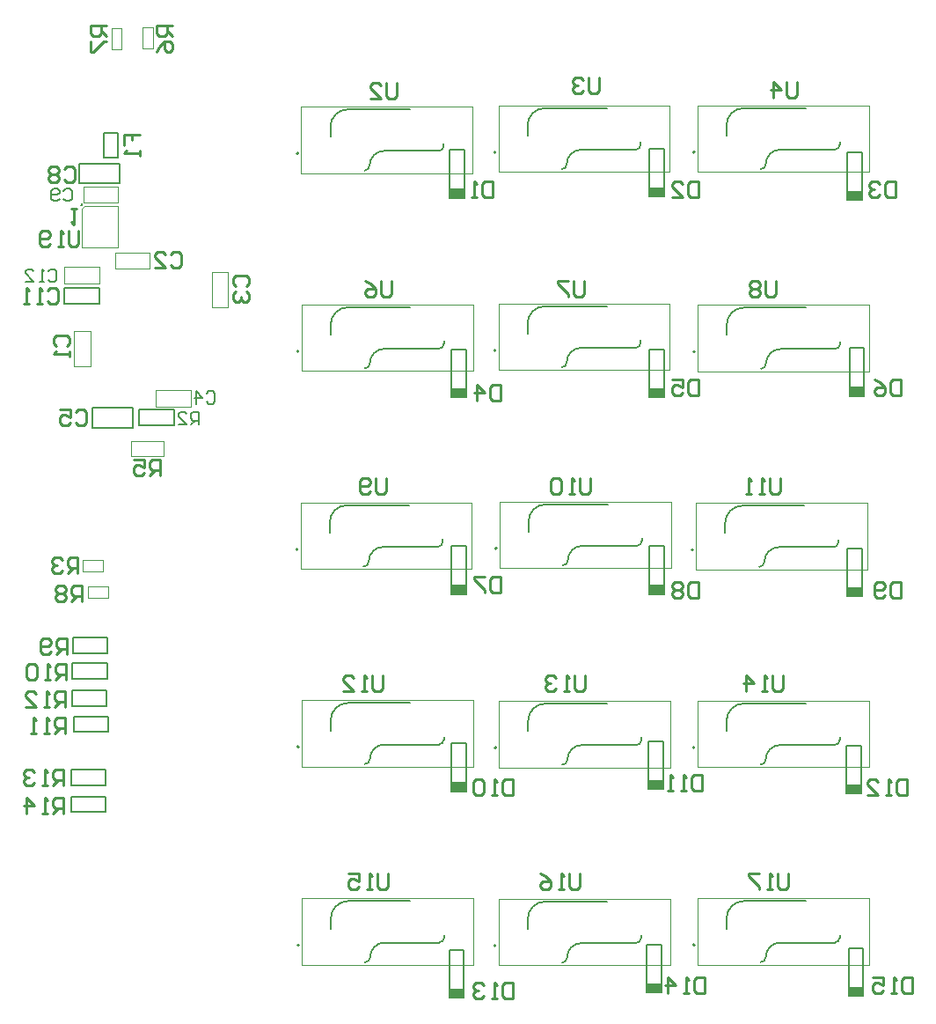
<source format=gbo>
G04*
G04 #@! TF.GenerationSoftware,Altium Limited,Altium Designer,25.8.1 (18)*
G04*
G04 Layer_Color=32896*
%FSLAX25Y25*%
%MOIN*%
G70*
G04*
G04 #@! TF.SameCoordinates,34421379-5E54-4FD2-9159-38C30053C8C8*
G04*
G04*
G04 #@! TF.FilePolarity,Positive*
G04*
G01*
G75*
%ADD10C,0.00787*%
%ADD11C,0.01000*%
%ADD12C,0.00197*%
%ADD13C,0.00394*%
%ADD14C,0.00200*%
%ADD15C,0.00500*%
%ADD73R,0.05512X0.03543*%
D10*
X387598Y348819D02*
G03*
X387598Y348819I-394J0D01*
G01*
X312598Y198819D02*
G03*
X312598Y198819I-394J0D01*
G01*
X237598Y273425D02*
G03*
X237598Y273425I-394J0D01*
G01*
X312413Y123362D02*
G03*
X312413Y123362I-394J0D01*
G01*
X312205Y273819D02*
G03*
X312205Y273819I-394J0D01*
G01*
X387697Y273307D02*
G03*
X387697Y273307I-394J0D01*
G01*
X237697Y48622D02*
G03*
X237697Y48622I-394J0D01*
G01*
X237500Y348307D02*
G03*
X237500Y348307I-394J0D01*
G01*
X237205Y198425D02*
G03*
X237205Y198425I-394J0D01*
G01*
X312303Y48425D02*
G03*
X312303Y48425I-394J0D01*
G01*
X237598Y123622D02*
G03*
X237598Y123622I-394J0D01*
G01*
X387598Y123425D02*
G03*
X387598Y123425I-394J0D01*
G01*
X387106Y198307D02*
G03*
X387106Y198307I-394J0D01*
G01*
X312205Y348819D02*
G03*
X312205Y348819I-394J0D01*
G01*
X387598Y48622D02*
G03*
X387598Y48622I-394J0D01*
G01*
X151969Y159252D02*
X165059D01*
X151969D02*
Y165157D01*
X165059D01*
Y159252D02*
Y165157D01*
X152165Y129331D02*
X165256D01*
X152165D02*
Y135236D01*
X165256D01*
Y129331D02*
Y135236D01*
X151772Y149409D02*
X164862D01*
X151772D02*
Y155315D01*
X164862D01*
Y149409D02*
Y155315D01*
X148655Y291290D02*
X162041D01*
Y297589D01*
X148655D02*
X162041D01*
X148655Y291290D02*
Y297589D01*
X169620Y337058D02*
Y344538D01*
X154265D02*
X169620D01*
X154265Y337058D02*
Y344538D01*
Y337058D02*
X169620D01*
X177147Y251346D02*
X190238D01*
Y245440D02*
Y251346D01*
X177147Y245440D02*
X190238D01*
X177147D02*
Y251346D01*
X174516Y244488D02*
Y251969D01*
X159161D02*
X174516D01*
X159161Y244488D02*
Y251969D01*
Y244488D02*
X174516D01*
X163520Y346777D02*
Y356226D01*
Y346777D02*
X169031D01*
Y356226D01*
X163520D02*
X169031D01*
X151279Y115157D02*
X164370D01*
Y109252D02*
Y115157D01*
X151279Y109252D02*
X164370D01*
X151279D02*
Y115157D01*
Y104921D02*
X164370D01*
Y99016D02*
Y104921D01*
X151279Y99016D02*
X164370D01*
X151279D02*
Y104921D01*
X151673Y145079D02*
X164764D01*
Y139173D02*
Y145079D01*
X151673Y139173D02*
X164764D01*
X151673D02*
Y145079D01*
X295472Y181496D02*
X300984D01*
X295472D02*
Y199606D01*
X300984D01*
Y181496D02*
Y199606D01*
X294685Y331496D02*
X300197D01*
X294685D02*
Y349606D01*
X300197D01*
Y331496D02*
Y349606D01*
X445079Y106102D02*
X450591D01*
X445079D02*
Y124213D01*
X450591D01*
Y106102D02*
Y124213D01*
X446260Y256496D02*
X451772D01*
X446260D02*
Y274606D01*
X451772D01*
Y256496D02*
Y274606D01*
X445866Y29429D02*
X451378D01*
X445866D02*
Y47539D01*
X451378D01*
Y29429D02*
Y47539D01*
X370472Y256102D02*
X375984D01*
X370472D02*
Y274213D01*
X375984D01*
Y256102D02*
Y274213D01*
X294488Y28642D02*
X300000D01*
X294488D02*
Y46752D01*
X300000D01*
Y28642D02*
Y46752D01*
X295472Y256102D02*
X300984D01*
X295472D02*
Y274213D01*
X300984D01*
Y256102D02*
Y274213D01*
X370472Y331968D02*
X375984D01*
X370472D02*
Y350079D01*
X375984D01*
Y331968D02*
Y350079D01*
X445472Y330709D02*
X450984D01*
X445472D02*
Y348819D01*
X450984D01*
Y330709D02*
Y348819D01*
X369390Y30610D02*
X374902D01*
X369390D02*
Y48720D01*
X374902D01*
Y30610D02*
Y48720D01*
X370472Y181496D02*
X375984D01*
X370472D02*
Y199606D01*
X375984D01*
Y181496D02*
Y199606D01*
X445472Y180709D02*
X450984D01*
X445472D02*
Y198819D01*
X450984D01*
Y180709D02*
Y198819D01*
X295472Y106890D02*
X300984D01*
X295472D02*
Y125000D01*
X300984D01*
Y106890D02*
Y125000D01*
X370079Y107677D02*
X375591D01*
X370079D02*
Y125787D01*
X375591D01*
Y107677D02*
Y125787D01*
X199802Y245670D02*
Y250393D01*
X197440D01*
X196653Y249606D01*
Y248031D01*
X197440Y247244D01*
X199802D01*
X198228D02*
X196653Y245670D01*
X191930D02*
X195079D01*
X191930Y248819D01*
Y249606D01*
X192718Y250393D01*
X194292D01*
X195079Y249606D01*
X142519Y303740D02*
X143306Y304527D01*
X144880D01*
X145667Y303740D01*
Y300591D01*
X144880Y299804D01*
X143306D01*
X142519Y300591D01*
X140945Y299804D02*
X139370D01*
X140157D01*
Y304527D01*
X140945Y303740D01*
X133860Y299804D02*
X137009D01*
X133860Y302953D01*
Y303740D01*
X134647Y304527D01*
X136222D01*
X137009Y303740D01*
X148425Y334251D02*
X149212Y335039D01*
X150786D01*
X151574Y334251D01*
Y331103D01*
X150786Y330316D01*
X149212D01*
X148425Y331103D01*
X146851D02*
X146063Y330316D01*
X144489D01*
X143702Y331103D01*
Y334251D01*
X144489Y335039D01*
X146063D01*
X146851Y334251D01*
Y333464D01*
X146063Y332677D01*
X143702D01*
X202559Y257480D02*
X203346Y258267D01*
X204920D01*
X205707Y257480D01*
Y254331D01*
X204920Y253544D01*
X203346D01*
X202559Y254331D01*
X198623Y253544D02*
Y258267D01*
X200985Y255906D01*
X197836D01*
D11*
X155348Y328987D02*
G03*
X155348Y328987I-197J0D01*
G01*
X151427Y327495D02*
X153426D01*
X152426D01*
Y321497D01*
X151427Y322497D01*
X164810Y396731D02*
X158812D01*
Y393732D01*
X159812Y392732D01*
X161811D01*
X162811Y393732D01*
Y396731D01*
Y394731D02*
X164810Y392732D01*
X158812Y390733D02*
Y386734D01*
X159812D01*
X163810Y390733D01*
X164810D01*
X189613Y396731D02*
X183615D01*
Y393732D01*
X184615Y392732D01*
X186614D01*
X187614Y393732D01*
Y396731D01*
Y394731D02*
X189613Y392732D01*
X183615Y386734D02*
X184615Y388733D01*
X186614Y390733D01*
X188613D01*
X189613Y389733D01*
Y387734D01*
X188613Y386734D01*
X187614D01*
X186614Y387734D01*
Y390733D01*
X148442Y98576D02*
Y104574D01*
X145443D01*
X144444Y103574D01*
Y101575D01*
X145443Y100575D01*
X148442D01*
X146443D02*
X144444Y98576D01*
X142444D02*
X140445D01*
X141445D01*
Y104574D01*
X142444Y103574D01*
X134447Y98576D02*
Y104574D01*
X137446Y101575D01*
X133447D01*
X148442Y109206D02*
Y115204D01*
X145443D01*
X144444Y114204D01*
Y112205D01*
X145443Y111205D01*
X148442D01*
X146443D02*
X144444Y109206D01*
X142444D02*
X140445D01*
X141445D01*
Y115204D01*
X142444Y114204D01*
X137446D02*
X136446Y115204D01*
X134447D01*
X133447Y114204D01*
Y113204D01*
X134447Y112205D01*
X135447D01*
X134447D01*
X133447Y111205D01*
Y110205D01*
X134447Y109206D01*
X136446D01*
X137446Y110205D01*
X148836Y138733D02*
Y144731D01*
X145837D01*
X144837Y143732D01*
Y141732D01*
X145837Y140733D01*
X148836D01*
X146837D02*
X144837Y138733D01*
X142838D02*
X140839D01*
X141838D01*
Y144731D01*
X142838Y143732D01*
X133841Y138733D02*
X137840D01*
X133841Y142732D01*
Y143732D01*
X134841Y144731D01*
X136840D01*
X137840Y143732D01*
X149018Y128891D02*
Y134889D01*
X146019D01*
X145019Y133889D01*
Y131890D01*
X146019Y130890D01*
X149018D01*
X147018D02*
X145019Y128891D01*
X143019D02*
X141020D01*
X142020D01*
Y134889D01*
X143019Y133889D01*
X138021Y128891D02*
X136022D01*
X137022D01*
Y134889D01*
X138021Y133889D01*
X149230Y148969D02*
Y154967D01*
X146231D01*
X145231Y153968D01*
Y151969D01*
X146231Y150969D01*
X149230D01*
X147231D02*
X145231Y148969D01*
X143232D02*
X141232D01*
X142232D01*
Y154967D01*
X143232Y153968D01*
X138233D02*
X137234Y154967D01*
X135234D01*
X134235Y153968D01*
Y149969D01*
X135234Y148969D01*
X137234D01*
X138233Y149969D01*
Y153968D01*
X149487Y158812D02*
Y164810D01*
X146487D01*
X145488Y163810D01*
Y161811D01*
X146487Y160811D01*
X149487D01*
X147487D02*
X145488Y158812D01*
X143489Y159812D02*
X142489Y158812D01*
X140489D01*
X139490Y159812D01*
Y163810D01*
X140489Y164810D01*
X142489D01*
X143489Y163810D01*
Y162811D01*
X142489Y161811D01*
X139490D01*
X155392Y178891D02*
Y184889D01*
X152393D01*
X151393Y183889D01*
Y181890D01*
X152393Y180890D01*
X155392D01*
X153393D02*
X151393Y178891D01*
X149394Y183889D02*
X148394Y184889D01*
X146395D01*
X145395Y183889D01*
Y182889D01*
X146395Y181890D01*
X145395Y180890D01*
Y179890D01*
X146395Y178891D01*
X148394D01*
X149394Y179890D01*
Y180890D01*
X148394Y181890D01*
X149394Y182889D01*
Y183889D01*
X148394Y181890D02*
X146395D01*
X153817Y189521D02*
Y195519D01*
X150818D01*
X149819Y194519D01*
Y192520D01*
X150818Y191520D01*
X153817D01*
X151818D02*
X149819Y189521D01*
X147819Y194519D02*
X146819Y195519D01*
X144820D01*
X143821Y194519D01*
Y193519D01*
X144820Y192520D01*
X145820D01*
X144820D01*
X143821Y191520D01*
Y190520D01*
X144820Y189521D01*
X146819D01*
X147819Y190520D01*
X154151Y318944D02*
Y313946D01*
X153151Y312946D01*
X151152D01*
X150152Y313946D01*
Y318944D01*
X148153Y312946D02*
X146154D01*
X147153D01*
Y318944D01*
X148153Y317944D01*
X143155Y313946D02*
X142155Y312946D01*
X140156D01*
X139156Y313946D01*
Y317944D01*
X140156Y318944D01*
X142155D01*
X143155Y317944D01*
Y316945D01*
X142155Y315945D01*
X139156D01*
X422852Y75834D02*
Y70835D01*
X421852Y69836D01*
X419853D01*
X418853Y70835D01*
Y75834D01*
X416854Y69836D02*
X414854D01*
X415854D01*
Y75834D01*
X416854Y74834D01*
X411856Y75834D02*
X407857D01*
Y74834D01*
X411856Y70835D01*
Y69836D01*
X344112Y75834D02*
Y70835D01*
X343112Y69836D01*
X341113D01*
X340113Y70835D01*
Y75834D01*
X338114Y69836D02*
X336114D01*
X337114D01*
Y75834D01*
X338114Y74834D01*
X329117Y75834D02*
X331116Y74834D01*
X333115Y72835D01*
Y70835D01*
X332116Y69836D01*
X330116D01*
X329117Y70835D01*
Y71835D01*
X330116Y72835D01*
X333115D01*
X271277Y75834D02*
Y70835D01*
X270277Y69836D01*
X268278D01*
X267278Y70835D01*
Y75834D01*
X265279Y69836D02*
X263280D01*
X264279D01*
Y75834D01*
X265279Y74834D01*
X256282Y75834D02*
X260281D01*
Y72835D01*
X258281Y73834D01*
X257282D01*
X256282Y72835D01*
Y70835D01*
X257282Y69836D01*
X259281D01*
X260281Y70835D01*
X420883Y150637D02*
Y145638D01*
X419884Y144639D01*
X417884D01*
X416885Y145638D01*
Y150637D01*
X414885Y144639D02*
X412886D01*
X413886D01*
Y150637D01*
X414885Y149637D01*
X406888Y144639D02*
Y150637D01*
X409887Y147638D01*
X405888D01*
X346080Y150637D02*
Y145638D01*
X345081Y144639D01*
X343081D01*
X342081Y145638D01*
Y150637D01*
X340082Y144639D02*
X338083D01*
X339083D01*
Y150637D01*
X340082Y149637D01*
X335084D02*
X334084Y150637D01*
X332085D01*
X331085Y149637D01*
Y148637D01*
X332085Y147638D01*
X333085D01*
X332085D01*
X331085Y146638D01*
Y145638D01*
X332085Y144639D01*
X334084D01*
X335084Y145638D01*
X269309Y150637D02*
Y145638D01*
X268309Y144639D01*
X266310D01*
X265310Y145638D01*
Y150637D01*
X263311Y144639D02*
X261311D01*
X262311D01*
Y150637D01*
X263311Y149637D01*
X254313Y144639D02*
X258312D01*
X254313Y148637D01*
Y149637D01*
X255313Y150637D01*
X257312D01*
X258312Y149637D01*
X419884Y225440D02*
Y220442D01*
X418884Y219442D01*
X416885D01*
X415885Y220442D01*
Y225440D01*
X413886Y219442D02*
X411886D01*
X412886D01*
Y225440D01*
X413886Y224440D01*
X408887Y219442D02*
X406888D01*
X407888D01*
Y225440D01*
X408887Y224440D01*
X348049Y225440D02*
Y220442D01*
X347049Y219442D01*
X345050D01*
X344050Y220442D01*
Y225440D01*
X342051Y219442D02*
X340051D01*
X341051D01*
Y225440D01*
X342051Y224440D01*
X337052D02*
X336053Y225440D01*
X334053D01*
X333054Y224440D01*
Y220442D01*
X334053Y219442D01*
X336053D01*
X337052Y220442D01*
Y224440D01*
X270746Y225440D02*
Y220442D01*
X269747Y219442D01*
X267747D01*
X266748Y220442D01*
Y225440D01*
X264748Y220442D02*
X263749Y219442D01*
X261749D01*
X260750Y220442D01*
Y224440D01*
X261749Y225440D01*
X263749D01*
X264748Y224440D01*
Y223441D01*
X263749Y222441D01*
X260750D01*
X418384Y300243D02*
Y295245D01*
X417384Y294245D01*
X415385D01*
X414386Y295245D01*
Y300243D01*
X412386Y299243D02*
X411386Y300243D01*
X409387D01*
X408387Y299243D01*
Y298244D01*
X409387Y297244D01*
X408387Y296244D01*
Y295245D01*
X409387Y294245D01*
X411386D01*
X412386Y295245D01*
Y296244D01*
X411386Y297244D01*
X412386Y298244D01*
Y299243D01*
X411386Y297244D02*
X409387D01*
X345550Y300243D02*
Y295245D01*
X344550Y294245D01*
X342550D01*
X341551Y295245D01*
Y300243D01*
X339551D02*
X335553D01*
Y299243D01*
X339551Y295245D01*
Y294245D01*
X272715Y300243D02*
Y295245D01*
X271715Y294245D01*
X269716D01*
X268716Y295245D01*
Y300243D01*
X262718D02*
X264718Y299243D01*
X266717Y297244D01*
Y295245D01*
X265717Y294245D01*
X263718D01*
X262718Y295245D01*
Y296244D01*
X263718Y297244D01*
X266717D01*
X426258Y375440D02*
Y370442D01*
X425258Y369442D01*
X423259D01*
X422260Y370442D01*
Y375440D01*
X417261Y369442D02*
Y375440D01*
X420260Y372441D01*
X416261D01*
X351455Y377015D02*
Y372016D01*
X350455Y371017D01*
X348456D01*
X347456Y372016D01*
Y377015D01*
X345457Y376015D02*
X344457Y377015D01*
X342458D01*
X341458Y376015D01*
Y375015D01*
X342458Y374016D01*
X343458D01*
X342458D01*
X341458Y373016D01*
Y372016D01*
X342458Y371017D01*
X344457D01*
X345457Y372016D01*
X274683Y375046D02*
Y370048D01*
X273684Y369048D01*
X271684D01*
X270685Y370048D01*
Y375046D01*
X264687Y369048D02*
X268685D01*
X264687Y373047D01*
Y374047D01*
X265686Y375046D01*
X267686D01*
X268685Y374047D01*
X185117Y226332D02*
Y232330D01*
X182117D01*
X181118Y231330D01*
Y229331D01*
X182117Y228331D01*
X185117D01*
X183117D02*
X181118Y226332D01*
X175120Y232330D02*
X179118D01*
Y229331D01*
X177119Y230330D01*
X176119D01*
X175120Y229331D01*
Y227331D01*
X176119Y226332D01*
X178119D01*
X179118Y227331D01*
X171214Y351378D02*
Y355377D01*
X174213D01*
Y353377D01*
Y355377D01*
X177212D01*
Y349379D02*
Y347379D01*
Y348379D01*
X171214D01*
X172213Y349379D01*
X470096Y36464D02*
Y30465D01*
X467097D01*
X466097Y31465D01*
Y35464D01*
X467097Y36464D01*
X470096D01*
X464098Y30465D02*
X462099D01*
X463098D01*
Y36464D01*
X464098Y35464D01*
X455101Y36464D02*
X459100D01*
Y33465D01*
X457100Y34464D01*
X456101D01*
X455101Y33465D01*
Y31465D01*
X456101Y30465D01*
X458100D01*
X459100Y31465D01*
X391356Y36464D02*
Y30465D01*
X388357D01*
X387357Y31465D01*
Y35464D01*
X388357Y36464D01*
X391356D01*
X385358Y30465D02*
X383358D01*
X384358D01*
Y36464D01*
X385358Y35464D01*
X377360Y30465D02*
Y36464D01*
X380359Y33465D01*
X376361D01*
X318521Y34495D02*
Y28497D01*
X315522D01*
X314523Y29497D01*
Y33495D01*
X315522Y34495D01*
X318521D01*
X312523Y28497D02*
X310524D01*
X311524D01*
Y34495D01*
X312523Y33495D01*
X307525D02*
X306525Y34495D01*
X304526D01*
X303526Y33495D01*
Y32496D01*
X304526Y31496D01*
X305525D01*
X304526D01*
X303526Y30496D01*
Y29497D01*
X304526Y28497D01*
X306525D01*
X307525Y29497D01*
X468127Y111267D02*
Y105269D01*
X465129D01*
X464129Y106268D01*
Y110267D01*
X465129Y111267D01*
X468127D01*
X462129Y105269D02*
X460130D01*
X461130D01*
Y111267D01*
X462129Y110267D01*
X453132Y105269D02*
X457131D01*
X453132Y109267D01*
Y110267D01*
X454132Y111267D01*
X456131D01*
X457131Y110267D01*
X390356Y113235D02*
Y107237D01*
X387357D01*
X386357Y108237D01*
Y112236D01*
X387357Y113235D01*
X390356D01*
X384358Y107237D02*
X382359D01*
X383358D01*
Y113235D01*
X384358Y112236D01*
X379360Y107237D02*
X377360D01*
X378360D01*
Y113235D01*
X379360Y112236D01*
X318521Y111267D02*
Y105269D01*
X315522D01*
X314523Y106268D01*
Y110267D01*
X315522Y111267D01*
X318521D01*
X312523Y105269D02*
X310524D01*
X311524D01*
Y111267D01*
X312523Y110267D01*
X307525D02*
X306525Y111267D01*
X304526D01*
X303526Y110267D01*
Y106268D01*
X304526Y105269D01*
X306525D01*
X307525Y106268D01*
Y110267D01*
X465628Y186070D02*
Y180072D01*
X462629D01*
X461630Y181071D01*
Y185070D01*
X462629Y186070D01*
X465628D01*
X459630Y181071D02*
X458631Y180072D01*
X456631D01*
X455631Y181071D01*
Y185070D01*
X456631Y186070D01*
X458631D01*
X459630Y185070D01*
Y184071D01*
X458631Y183071D01*
X455631D01*
X388857Y186070D02*
Y180072D01*
X385858D01*
X384858Y181071D01*
Y185070D01*
X385858Y186070D01*
X388857D01*
X382859Y185070D02*
X381859Y186070D01*
X379860D01*
X378860Y185070D01*
Y184071D01*
X379860Y183071D01*
X378860Y182071D01*
Y181071D01*
X379860Y180072D01*
X381859D01*
X382859Y181071D01*
Y182071D01*
X381859Y183071D01*
X382859Y184071D01*
Y185070D01*
X381859Y183071D02*
X379860D01*
X314054Y188038D02*
Y182040D01*
X311054D01*
X310055Y183040D01*
Y187039D01*
X311054Y188038D01*
X314054D01*
X308055D02*
X304057D01*
Y187039D01*
X308055Y183040D01*
Y182040D01*
X465628Y262842D02*
Y256843D01*
X462629D01*
X461630Y257843D01*
Y261842D01*
X462629Y262842D01*
X465628D01*
X455631D02*
X457631Y261842D01*
X459630Y259842D01*
Y257843D01*
X458631Y256843D01*
X456631D01*
X455631Y257843D01*
Y258843D01*
X456631Y259842D01*
X459630D01*
X388857Y262842D02*
Y256843D01*
X385858D01*
X384858Y257843D01*
Y261842D01*
X385858Y262842D01*
X388857D01*
X378860D02*
X382859D01*
Y259842D01*
X380859Y260842D01*
X379860D01*
X378860Y259842D01*
Y257843D01*
X379860Y256843D01*
X381859D01*
X382859Y257843D01*
X314054Y260873D02*
Y254875D01*
X311054D01*
X310055Y255875D01*
Y259873D01*
X311054Y260873D01*
X314054D01*
X305056Y254875D02*
Y260873D01*
X308055Y257874D01*
X304057D01*
X463660Y337645D02*
Y331647D01*
X460661D01*
X459661Y332646D01*
Y336645D01*
X460661Y337645D01*
X463660D01*
X457662Y336645D02*
X456662Y337645D01*
X454663D01*
X453663Y336645D01*
Y335645D01*
X454663Y334646D01*
X455662D01*
X454663D01*
X453663Y333646D01*
Y332646D01*
X454663Y331647D01*
X456662D01*
X457662Y332646D01*
X388857Y337645D02*
Y331647D01*
X385858D01*
X384858Y332646D01*
Y336645D01*
X385858Y337645D01*
X388857D01*
X378860Y331647D02*
X382859D01*
X378860Y335645D01*
Y336645D01*
X379860Y337645D01*
X381859D01*
X382859Y336645D01*
X311085Y337645D02*
Y331647D01*
X308086D01*
X307087Y332646D01*
Y336645D01*
X308086Y337645D01*
X311085D01*
X305087Y331647D02*
X303088D01*
X304088D01*
Y337645D01*
X305087Y336645D01*
X142263Y296291D02*
X143263Y297290D01*
X145262D01*
X146262Y296291D01*
Y292292D01*
X145262Y291292D01*
X143263D01*
X142263Y292292D01*
X140264Y291292D02*
X138264D01*
X139264D01*
Y297290D01*
X140264Y296291D01*
X135265Y291292D02*
X133266D01*
X134266D01*
Y297290D01*
X135265Y296291D01*
X148637Y342550D02*
X149637Y343550D01*
X151637D01*
X152636Y342550D01*
Y338552D01*
X151637Y337552D01*
X149637D01*
X148637Y338552D01*
X146638Y342550D02*
X145638Y343550D01*
X143639D01*
X142639Y342550D01*
Y341551D01*
X143639Y340551D01*
X142639Y339551D01*
Y338552D01*
X143639Y337552D01*
X145638D01*
X146638Y338552D01*
Y339551D01*
X145638Y340551D01*
X146638Y341551D01*
Y342550D01*
X145638Y340551D02*
X143639D01*
X152968Y250425D02*
X153968Y251424D01*
X155967D01*
X156967Y250425D01*
Y246426D01*
X155967Y245426D01*
X153968D01*
X152968Y246426D01*
X146970Y251424D02*
X150969D01*
Y248425D01*
X148969Y249425D01*
X147970D01*
X146970Y248425D01*
Y246426D01*
X147970Y245426D01*
X149969D01*
X150969Y246426D01*
X213552Y298244D02*
X212552Y299243D01*
Y301243D01*
X213552Y302242D01*
X217550D01*
X218550Y301243D01*
Y299243D01*
X217550Y298244D01*
X213552Y296244D02*
X212552Y295245D01*
Y293245D01*
X213552Y292246D01*
X214551D01*
X215551Y293245D01*
Y294245D01*
Y293245D01*
X216551Y292246D01*
X217550D01*
X218550Y293245D01*
Y295245D01*
X217550Y296244D01*
X188992Y310070D02*
X189991Y311070D01*
X191991D01*
X192991Y310070D01*
Y306071D01*
X191991Y305072D01*
X189991D01*
X188992Y306071D01*
X182994Y305072D02*
X186993D01*
X182994Y309071D01*
Y310070D01*
X183993Y311070D01*
X185993D01*
X186993Y310070D01*
X145638Y275590D02*
X144639Y276590D01*
Y278590D01*
X145638Y279589D01*
X149637D01*
X150637Y278590D01*
Y276590D01*
X149637Y275590D01*
X150637Y273591D02*
Y271592D01*
Y272591D01*
X144639D01*
X145638Y273591D01*
D12*
X178347Y388189D02*
X182283D01*
X178347D02*
Y396063D01*
X182283D01*
Y388189D02*
Y396063D01*
X166535Y387795D02*
X170472D01*
X166535D02*
Y395669D01*
X170472D01*
Y387795D02*
Y395669D01*
X157618Y180118D02*
Y184449D01*
X165217Y180118D02*
Y184449D01*
X157618D02*
X165217D01*
X157618Y180118D02*
X165217D01*
X155650Y189961D02*
Y194291D01*
X163248Y189961D02*
Y194291D01*
X155650D02*
X163248D01*
X155650Y189961D02*
X163248D01*
X453543Y341358D02*
Y366516D01*
X388583Y341358D02*
X453543D01*
X388583D02*
Y366516D01*
X453543D01*
X378543Y191358D02*
Y216516D01*
X313583Y191358D02*
X378543D01*
X313583D02*
Y216516D01*
X378543D01*
X303543Y265965D02*
Y291122D01*
X238583Y265965D02*
X303543D01*
X238583D02*
Y291122D01*
X303543D01*
X378358Y115902D02*
Y141059D01*
X313398Y115902D02*
X378358D01*
X313398D02*
Y141059D01*
X378358D01*
X378150Y266358D02*
Y291516D01*
X313189Y266358D02*
X378150D01*
X313189D02*
Y291516D01*
X378150D01*
X453642Y265846D02*
Y291004D01*
X388681Y265846D02*
X453642D01*
X388681D02*
Y291004D01*
X453642D01*
X303642Y41161D02*
Y66319D01*
X238681Y41161D02*
X303642D01*
X238681D02*
Y66319D01*
X303642D01*
X303445Y340846D02*
Y366004D01*
X238484Y340846D02*
X303445D01*
X238484D02*
Y366004D01*
X303445D01*
X303150Y190965D02*
Y216122D01*
X238189Y190965D02*
X303150D01*
X238189D02*
Y216122D01*
X303150D01*
X378248Y40965D02*
Y66122D01*
X313287Y40965D02*
X378248D01*
X313287D02*
Y66122D01*
X378248D01*
X303543Y116161D02*
Y141319D01*
X238583Y116161D02*
X303543D01*
X238583D02*
Y141319D01*
X303543D01*
X453543Y115965D02*
Y141122D01*
X388583Y115965D02*
X453543D01*
X388583D02*
Y141122D01*
X453543D01*
X453051Y190847D02*
Y216004D01*
X388091Y190847D02*
X453051D01*
X388091D02*
Y216004D01*
X453051D01*
X378150Y341358D02*
Y366516D01*
X313189Y341358D02*
X378150D01*
X313189D02*
Y366516D01*
X378150D01*
X453543Y41161D02*
Y66319D01*
X388583Y41161D02*
X453543D01*
X388583D02*
Y66319D01*
X453543D01*
D13*
X157316Y328495D02*
Y328495D01*
X155348Y327511D02*
X156332Y328495D01*
X155348Y312747D02*
Y327511D01*
X156332Y328495D02*
X169127D01*
Y312747D02*
Y328495D01*
X169127Y312747D02*
X169127Y312747D01*
X155348Y312747D02*
X169127D01*
D14*
X186346Y233920D02*
Y239298D01*
X173960Y233920D02*
X186346D01*
X173960D02*
Y239298D01*
X186346D01*
X167858Y310883D02*
X181031D01*
X167858Y304718D02*
Y310883D01*
Y304718D02*
X181031D01*
Y310883D01*
X183409Y258620D02*
X196582D01*
X183409Y252454D02*
Y258620D01*
Y252454D02*
X196582D01*
Y258620D01*
X155946Y329645D02*
X169120D01*
Y335810D01*
X155946D02*
X169120D01*
X155946Y329645D02*
Y335810D01*
X148675Y299239D02*
X161848D01*
Y305404D01*
X148675D02*
X161848D01*
X148675Y299239D02*
Y305404D01*
X152366Y267848D02*
Y281021D01*
Y267848D02*
X158531D01*
Y281021D01*
X152366D02*
X158531D01*
X204630Y290092D02*
Y303265D01*
Y290092D02*
X210795D01*
Y303265D01*
X204630D02*
X210795D01*
D15*
X406201Y365531D02*
G03*
X399606Y358937I0J-6594D01*
G01*
X412500Y342342D02*
G03*
X414468Y344311I0J1969D01*
G01*
X419941Y349783D02*
G03*
X414468Y344311I0J-5472D01*
G01*
X440551Y349783D02*
G03*
X442520Y351752I0J1969D01*
G01*
X331201Y215531D02*
G03*
X324606Y208937I0J-6594D01*
G01*
X337500Y192342D02*
G03*
X339469Y194311I0J1969D01*
G01*
X344941Y199784D02*
G03*
X339469Y194311I0J-5472D01*
G01*
X365551Y199784D02*
G03*
X367520Y201752I0J1969D01*
G01*
X256201Y290138D02*
G03*
X249606Y283543I0J-6594D01*
G01*
X262500Y266949D02*
G03*
X264469Y268917I0J1969D01*
G01*
X269941Y274390D02*
G03*
X264469Y268917I0J-5472D01*
G01*
X290551Y274390D02*
G03*
X292520Y276358I0J1969D01*
G01*
X331016Y140075D02*
G03*
X324421Y133480I0J-6594D01*
G01*
X337315Y116886D02*
G03*
X339283Y118854I0J1969D01*
G01*
X344756Y124327D02*
G03*
X339283Y118854I0J-5472D01*
G01*
X365366Y124327D02*
G03*
X367335Y126295I0J1969D01*
G01*
X330807Y290531D02*
G03*
X324213Y283937I0J-6594D01*
G01*
X337106Y267342D02*
G03*
X339075Y269311I0J1969D01*
G01*
X344547Y274783D02*
G03*
X339075Y269311I0J-5472D01*
G01*
X365158Y274783D02*
G03*
X367126Y276752I0J1969D01*
G01*
X406299Y290020D02*
G03*
X399705Y283425I0J-6594D01*
G01*
X412598Y266831D02*
G03*
X414567Y268799I0J1969D01*
G01*
X420039Y274272D02*
G03*
X414567Y268799I0J-5472D01*
G01*
X440650Y274272D02*
G03*
X442618Y276240I0J1969D01*
G01*
X256299Y65335D02*
G03*
X249705Y58740I0J-6594D01*
G01*
X262598Y42146D02*
G03*
X264567Y44114I0J1969D01*
G01*
X270039Y49587D02*
G03*
X264567Y44114I0J-5472D01*
G01*
X290650Y49587D02*
G03*
X292618Y51555I0J1969D01*
G01*
X256102Y365020D02*
G03*
X249508Y358425I0J-6594D01*
G01*
X262402Y341831D02*
G03*
X264370Y343799I0J1969D01*
G01*
X269843Y349272D02*
G03*
X264370Y343799I0J-5472D01*
G01*
X290453Y349272D02*
G03*
X292421Y351240I0J1969D01*
G01*
X255807Y215138D02*
G03*
X249213Y208543I0J-6594D01*
G01*
X262106Y191949D02*
G03*
X264075Y193917I0J1969D01*
G01*
X269547Y199390D02*
G03*
X264075Y193917I0J-5472D01*
G01*
X290158Y199390D02*
G03*
X292126Y201358I0J1969D01*
G01*
X330906Y65138D02*
G03*
X324311Y58543I0J-6594D01*
G01*
X337205Y41949D02*
G03*
X339173Y43917I0J1969D01*
G01*
X344646Y49390D02*
G03*
X339173Y43917I0J-5472D01*
G01*
X365256Y49390D02*
G03*
X367224Y51358I0J1969D01*
G01*
X256201Y140335D02*
G03*
X249606Y133740I0J-6594D01*
G01*
X262500Y117146D02*
G03*
X264469Y119114I0J1969D01*
G01*
X269941Y124587D02*
G03*
X264469Y119114I0J-5472D01*
G01*
X290551Y124587D02*
G03*
X292520Y126555I0J1969D01*
G01*
X406201Y140138D02*
G03*
X399606Y133543I0J-6594D01*
G01*
X412500Y116949D02*
G03*
X414468Y118917I0J1969D01*
G01*
X419941Y124390D02*
G03*
X414468Y118917I0J-5472D01*
G01*
X440551Y124390D02*
G03*
X442520Y126358I0J1969D01*
G01*
X405709Y215020D02*
G03*
X399114Y208425I0J-6594D01*
G01*
X412008Y191831D02*
G03*
X413976Y193799I0J1969D01*
G01*
X419449Y199272D02*
G03*
X413976Y193799I0J-5472D01*
G01*
X440059Y199272D02*
G03*
X442028Y201240I0J1969D01*
G01*
X330807Y365531D02*
G03*
X324213Y358937I0J-6594D01*
G01*
X337106Y342342D02*
G03*
X339075Y344311I0J1969D01*
G01*
X344547Y349783D02*
G03*
X339075Y344311I0J-5472D01*
G01*
X365158Y349783D02*
G03*
X367126Y351752I0J1969D01*
G01*
X406201Y65335D02*
G03*
X399606Y58740I0J-6594D01*
G01*
X412500Y42146D02*
G03*
X414468Y44114I0J1969D01*
G01*
X419941Y49587D02*
G03*
X414468Y44114I0J-5472D01*
G01*
X440551Y49587D02*
G03*
X442520Y51555I0J1969D01*
G01*
X406201Y365531D02*
X429626D01*
X399606Y355118D02*
Y358937D01*
X419941Y349783D02*
X440551D01*
X442520Y351752D02*
Y352756D01*
X331201Y215531D02*
X354626D01*
X324606Y205118D02*
Y208937D01*
X344941Y199784D02*
X365551D01*
X367520Y201752D02*
Y202756D01*
X256201Y290138D02*
X279626D01*
X249606Y279724D02*
Y283543D01*
X269941Y274390D02*
X290551D01*
X292520Y276358D02*
Y277362D01*
X331016Y140075D02*
X354441D01*
X324421Y129661D02*
Y133480D01*
X344756Y124327D02*
X365366D01*
X367335Y126295D02*
Y127299D01*
X330807Y290531D02*
X354232D01*
X324213Y280118D02*
Y283937D01*
X344547Y274783D02*
X365158D01*
X367126Y276752D02*
Y277756D01*
X406299Y290020D02*
X429724D01*
X399705Y279606D02*
Y283425D01*
X420039Y274272D02*
X440650D01*
X442618Y276240D02*
Y277244D01*
X256299Y65335D02*
X279724D01*
X249705Y54921D02*
Y58740D01*
X270039Y49587D02*
X290650D01*
X292618Y51555D02*
Y52559D01*
X256102Y365020D02*
X279528D01*
X249508Y354606D02*
Y358425D01*
X269843Y349272D02*
X290453D01*
X292421Y351240D02*
Y352244D01*
X255807Y215138D02*
X279232D01*
X249213Y204724D02*
Y208543D01*
X269547Y199390D02*
X290158D01*
X292126Y201358D02*
Y202362D01*
X330906Y65138D02*
X354331D01*
X324311Y54724D02*
Y58543D01*
X344646Y49390D02*
X365256D01*
X367224Y51358D02*
Y52362D01*
X256201Y140335D02*
X279626D01*
X249606Y129921D02*
Y133740D01*
X269941Y124587D02*
X290551D01*
X292520Y126555D02*
Y127559D01*
X406201Y140138D02*
X429626D01*
X399606Y129724D02*
Y133543D01*
X419941Y124390D02*
X440551D01*
X442520Y126358D02*
Y127362D01*
X405709Y215020D02*
X429134D01*
X399114Y204606D02*
Y208425D01*
X419449Y199272D02*
X440059D01*
X442028Y201240D02*
Y202244D01*
X330807Y365531D02*
X354232D01*
X324213Y355118D02*
Y358937D01*
X344547Y349783D02*
X365158D01*
X367126Y351752D02*
Y352756D01*
X406201Y65335D02*
X429626D01*
X399606Y54921D02*
Y58740D01*
X419941Y49587D02*
X440551D01*
X442520Y51555D02*
Y52559D01*
D73*
X298230Y183271D02*
D03*
X297443Y333271D02*
D03*
X447836Y107877D02*
D03*
X449018Y258271D02*
D03*
X448624Y31204D02*
D03*
X373230Y257877D02*
D03*
X297246Y30417D02*
D03*
X298230Y257877D02*
D03*
X373230Y333743D02*
D03*
X448230Y332483D02*
D03*
X372147Y32385D02*
D03*
X373230Y183271D02*
D03*
X448231Y182483D02*
D03*
X298230Y108664D02*
D03*
X372837Y109452D02*
D03*
M02*

</source>
